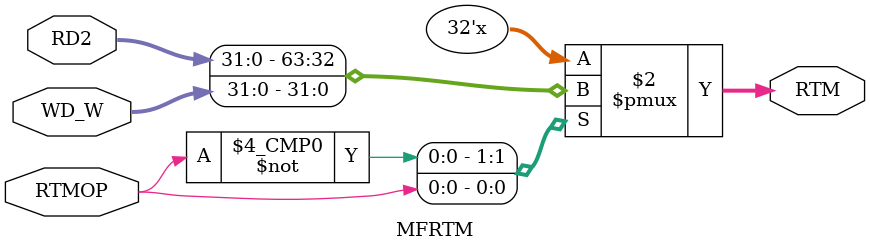
<source format=v>
`timescale 1ns / 1ps
`define rs [25:21]
`define rt [20:16]
`define rd [15:11]
`define op [31:26]
`define func [5:0] 

module MFRSD(
	input [31:0] PC8_E,
	input [31:0] AO_M,
	input [31:0] PC8_M,
	input [31:0] WD_W,
	input [31:0] RD1,
	input [2:0] RSDOP,
	output reg [31:0] RSD
    );
	always @* begin
		case (RSDOP)
		0: RSD <= RD1;
		1: RSD <= PC8_E;
		2: RSD <= AO_M;
		3: RSD <= PC8_M;
		4: RSD <= WD_W;
		endcase
	end
endmodule

module MFRTD(
	input [31:0] PC8_E,
	input [31:0] AO_M,
	input [31:0] PC8_M,
	input [31:0] WD_W,
	input [31:0] RD2,
	input [2:0] RTDOP,
	output reg [31:0] RTD
    );
	always @* begin
		case (RTDOP)
		0: RTD <= RD2;
		1: RTD <= PC8_E;
		2: RTD <= AO_M;
		3: RTD <= PC8_M;
		4: RTD <= WD_W;
		endcase
	end
endmodule


module MFRSE(
	input [31:0] AO_M,
	input [31:0] PC8_M,
	input [31:0] WD_W,
	input [31:0] RD1,
	input [1:0] RSEOP,
	output reg [31:0] RSE
	);
	always @* begin
		case (RSEOP)
			0: RSE <= RD1;
			1: RSE <= AO_M;
			2: RSE <= PC8_M;
			3: RSE <= WD_W;
		endcase	
	end
endmodule

module MFRTE(
	input [31:0] AO_M,
	input [31:0] PC8_M,
	input [31:0] WD_W,
	input [31:0] RD2,
	input [1:0] RTEOP,
	output reg [31:0] RTE
	);
	always @* begin
		case (RTEOP)
			0: RTE <= RD2;
			1: RTE <= AO_M;
			2: RTE <= PC8_M;
			3: RTE <= WD_W;
		endcase	
	end	
endmodule

module MFRTM(
	input [31:0] WD_W,
	input [31:0] RD2,
	input RTMOP,
	output reg [31:0] RTM
	);
	always @* begin
		case (RTMOP)
			0: RTM <= RD2;
			1: RTM <= WD_W;
		endcase
	end
endmodule







</source>
